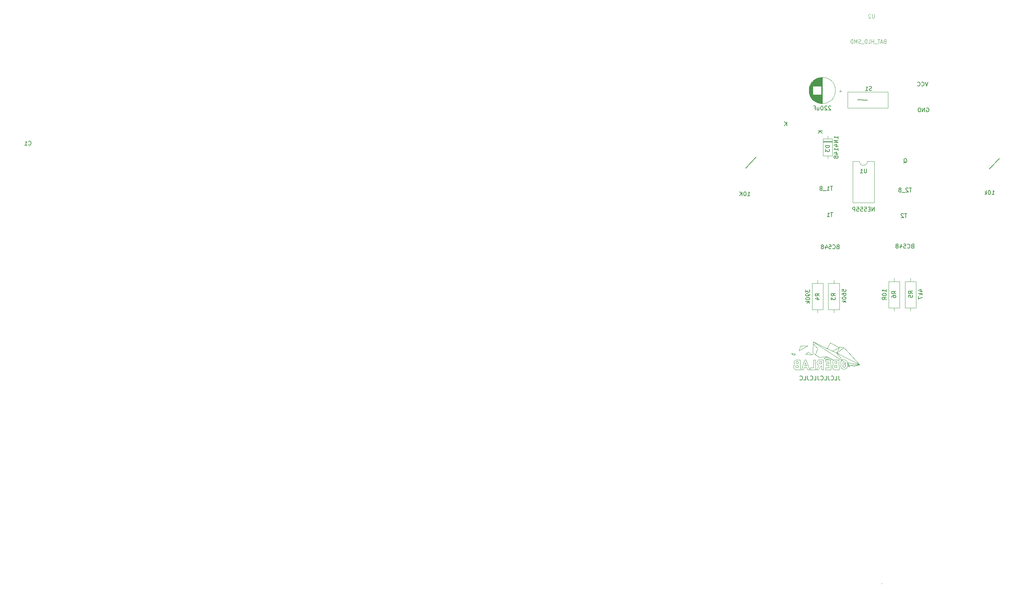
<source format=gbr>
%TF.GenerationSoftware,KiCad,Pcbnew,8.0.1*%
%TF.CreationDate,2024-04-02T10:46:19+02:00*%
%TF.ProjectId,ROBO_III,524f424f-5f49-4494-992e-6b696361645f,rev?*%
%TF.SameCoordinates,Original*%
%TF.FileFunction,Legend,Bot*%
%TF.FilePolarity,Positive*%
%FSLAX46Y46*%
G04 Gerber Fmt 4.6, Leading zero omitted, Abs format (unit mm)*
G04 Created by KiCad (PCBNEW 8.0.1) date 2024-04-02 10:46:19*
%MOMM*%
%LPD*%
G01*
G04 APERTURE LIST*
%ADD10C,0.150000*%
%ADD11C,0.050000*%
%ADD12C,0.120000*%
%ADD13C,0.010000*%
G04 APERTURE END LIST*
D10*
X102867500Y-66167500D02*
X100342500Y-68742500D01*
X39967500Y-68517500D02*
X42567500Y-65831700D01*
X67652700Y-51633100D02*
X70167500Y-51667500D01*
X62779887Y-88006009D02*
X62637030Y-88053628D01*
X62637030Y-88053628D02*
X62589411Y-88101247D01*
X62589411Y-88101247D02*
X62541792Y-88196485D01*
X62541792Y-88196485D02*
X62541792Y-88339342D01*
X62541792Y-88339342D02*
X62589411Y-88434580D01*
X62589411Y-88434580D02*
X62637030Y-88482200D01*
X62637030Y-88482200D02*
X62732268Y-88529819D01*
X62732268Y-88529819D02*
X63113220Y-88529819D01*
X63113220Y-88529819D02*
X63113220Y-87529819D01*
X63113220Y-87529819D02*
X62779887Y-87529819D01*
X62779887Y-87529819D02*
X62684649Y-87577438D01*
X62684649Y-87577438D02*
X62637030Y-87625057D01*
X62637030Y-87625057D02*
X62589411Y-87720295D01*
X62589411Y-87720295D02*
X62589411Y-87815533D01*
X62589411Y-87815533D02*
X62637030Y-87910771D01*
X62637030Y-87910771D02*
X62684649Y-87958390D01*
X62684649Y-87958390D02*
X62779887Y-88006009D01*
X62779887Y-88006009D02*
X63113220Y-88006009D01*
X61541792Y-88434580D02*
X61589411Y-88482200D01*
X61589411Y-88482200D02*
X61732268Y-88529819D01*
X61732268Y-88529819D02*
X61827506Y-88529819D01*
X61827506Y-88529819D02*
X61970363Y-88482200D01*
X61970363Y-88482200D02*
X62065601Y-88386961D01*
X62065601Y-88386961D02*
X62113220Y-88291723D01*
X62113220Y-88291723D02*
X62160839Y-88101247D01*
X62160839Y-88101247D02*
X62160839Y-87958390D01*
X62160839Y-87958390D02*
X62113220Y-87767914D01*
X62113220Y-87767914D02*
X62065601Y-87672676D01*
X62065601Y-87672676D02*
X61970363Y-87577438D01*
X61970363Y-87577438D02*
X61827506Y-87529819D01*
X61827506Y-87529819D02*
X61732268Y-87529819D01*
X61732268Y-87529819D02*
X61589411Y-87577438D01*
X61589411Y-87577438D02*
X61541792Y-87625057D01*
X60637030Y-87529819D02*
X61113220Y-87529819D01*
X61113220Y-87529819D02*
X61160839Y-88006009D01*
X61160839Y-88006009D02*
X61113220Y-87958390D01*
X61113220Y-87958390D02*
X61017982Y-87910771D01*
X61017982Y-87910771D02*
X60779887Y-87910771D01*
X60779887Y-87910771D02*
X60684649Y-87958390D01*
X60684649Y-87958390D02*
X60637030Y-88006009D01*
X60637030Y-88006009D02*
X60589411Y-88101247D01*
X60589411Y-88101247D02*
X60589411Y-88339342D01*
X60589411Y-88339342D02*
X60637030Y-88434580D01*
X60637030Y-88434580D02*
X60684649Y-88482200D01*
X60684649Y-88482200D02*
X60779887Y-88529819D01*
X60779887Y-88529819D02*
X61017982Y-88529819D01*
X61017982Y-88529819D02*
X61113220Y-88482200D01*
X61113220Y-88482200D02*
X61160839Y-88434580D01*
X59732268Y-87863152D02*
X59732268Y-88529819D01*
X59970363Y-87482200D02*
X60208458Y-88196485D01*
X60208458Y-88196485D02*
X59589411Y-88196485D01*
X59065601Y-87958390D02*
X59160839Y-87910771D01*
X59160839Y-87910771D02*
X59208458Y-87863152D01*
X59208458Y-87863152D02*
X59256077Y-87767914D01*
X59256077Y-87767914D02*
X59256077Y-87720295D01*
X59256077Y-87720295D02*
X59208458Y-87625057D01*
X59208458Y-87625057D02*
X59160839Y-87577438D01*
X59160839Y-87577438D02*
X59065601Y-87529819D01*
X59065601Y-87529819D02*
X58875125Y-87529819D01*
X58875125Y-87529819D02*
X58779887Y-87577438D01*
X58779887Y-87577438D02*
X58732268Y-87625057D01*
X58732268Y-87625057D02*
X58684649Y-87720295D01*
X58684649Y-87720295D02*
X58684649Y-87767914D01*
X58684649Y-87767914D02*
X58732268Y-87863152D01*
X58732268Y-87863152D02*
X58779887Y-87910771D01*
X58779887Y-87910771D02*
X58875125Y-87958390D01*
X58875125Y-87958390D02*
X59065601Y-87958390D01*
X59065601Y-87958390D02*
X59160839Y-88006009D01*
X59160839Y-88006009D02*
X59208458Y-88053628D01*
X59208458Y-88053628D02*
X59256077Y-88148866D01*
X59256077Y-88148866D02*
X59256077Y-88339342D01*
X59256077Y-88339342D02*
X59208458Y-88434580D01*
X59208458Y-88434580D02*
X59160839Y-88482200D01*
X59160839Y-88482200D02*
X59065601Y-88529819D01*
X59065601Y-88529819D02*
X58875125Y-88529819D01*
X58875125Y-88529819D02*
X58779887Y-88482200D01*
X58779887Y-88482200D02*
X58732268Y-88434580D01*
X58732268Y-88434580D02*
X58684649Y-88339342D01*
X58684649Y-88339342D02*
X58684649Y-88148866D01*
X58684649Y-88148866D02*
X58732268Y-88053628D01*
X58732268Y-88053628D02*
X58779887Y-88006009D01*
X58779887Y-88006009D02*
X58875125Y-87958390D01*
X81289887Y-87846009D02*
X81147030Y-87893628D01*
X81147030Y-87893628D02*
X81099411Y-87941247D01*
X81099411Y-87941247D02*
X81051792Y-88036485D01*
X81051792Y-88036485D02*
X81051792Y-88179342D01*
X81051792Y-88179342D02*
X81099411Y-88274580D01*
X81099411Y-88274580D02*
X81147030Y-88322200D01*
X81147030Y-88322200D02*
X81242268Y-88369819D01*
X81242268Y-88369819D02*
X81623220Y-88369819D01*
X81623220Y-88369819D02*
X81623220Y-87369819D01*
X81623220Y-87369819D02*
X81289887Y-87369819D01*
X81289887Y-87369819D02*
X81194649Y-87417438D01*
X81194649Y-87417438D02*
X81147030Y-87465057D01*
X81147030Y-87465057D02*
X81099411Y-87560295D01*
X81099411Y-87560295D02*
X81099411Y-87655533D01*
X81099411Y-87655533D02*
X81147030Y-87750771D01*
X81147030Y-87750771D02*
X81194649Y-87798390D01*
X81194649Y-87798390D02*
X81289887Y-87846009D01*
X81289887Y-87846009D02*
X81623220Y-87846009D01*
X80051792Y-88274580D02*
X80099411Y-88322200D01*
X80099411Y-88322200D02*
X80242268Y-88369819D01*
X80242268Y-88369819D02*
X80337506Y-88369819D01*
X80337506Y-88369819D02*
X80480363Y-88322200D01*
X80480363Y-88322200D02*
X80575601Y-88226961D01*
X80575601Y-88226961D02*
X80623220Y-88131723D01*
X80623220Y-88131723D02*
X80670839Y-87941247D01*
X80670839Y-87941247D02*
X80670839Y-87798390D01*
X80670839Y-87798390D02*
X80623220Y-87607914D01*
X80623220Y-87607914D02*
X80575601Y-87512676D01*
X80575601Y-87512676D02*
X80480363Y-87417438D01*
X80480363Y-87417438D02*
X80337506Y-87369819D01*
X80337506Y-87369819D02*
X80242268Y-87369819D01*
X80242268Y-87369819D02*
X80099411Y-87417438D01*
X80099411Y-87417438D02*
X80051792Y-87465057D01*
X79147030Y-87369819D02*
X79623220Y-87369819D01*
X79623220Y-87369819D02*
X79670839Y-87846009D01*
X79670839Y-87846009D02*
X79623220Y-87798390D01*
X79623220Y-87798390D02*
X79527982Y-87750771D01*
X79527982Y-87750771D02*
X79289887Y-87750771D01*
X79289887Y-87750771D02*
X79194649Y-87798390D01*
X79194649Y-87798390D02*
X79147030Y-87846009D01*
X79147030Y-87846009D02*
X79099411Y-87941247D01*
X79099411Y-87941247D02*
X79099411Y-88179342D01*
X79099411Y-88179342D02*
X79147030Y-88274580D01*
X79147030Y-88274580D02*
X79194649Y-88322200D01*
X79194649Y-88322200D02*
X79289887Y-88369819D01*
X79289887Y-88369819D02*
X79527982Y-88369819D01*
X79527982Y-88369819D02*
X79623220Y-88322200D01*
X79623220Y-88322200D02*
X79670839Y-88274580D01*
X78242268Y-87703152D02*
X78242268Y-88369819D01*
X78480363Y-87322200D02*
X78718458Y-88036485D01*
X78718458Y-88036485D02*
X78099411Y-88036485D01*
X77575601Y-87798390D02*
X77670839Y-87750771D01*
X77670839Y-87750771D02*
X77718458Y-87703152D01*
X77718458Y-87703152D02*
X77766077Y-87607914D01*
X77766077Y-87607914D02*
X77766077Y-87560295D01*
X77766077Y-87560295D02*
X77718458Y-87465057D01*
X77718458Y-87465057D02*
X77670839Y-87417438D01*
X77670839Y-87417438D02*
X77575601Y-87369819D01*
X77575601Y-87369819D02*
X77385125Y-87369819D01*
X77385125Y-87369819D02*
X77289887Y-87417438D01*
X77289887Y-87417438D02*
X77242268Y-87465057D01*
X77242268Y-87465057D02*
X77194649Y-87560295D01*
X77194649Y-87560295D02*
X77194649Y-87607914D01*
X77194649Y-87607914D02*
X77242268Y-87703152D01*
X77242268Y-87703152D02*
X77289887Y-87750771D01*
X77289887Y-87750771D02*
X77385125Y-87798390D01*
X77385125Y-87798390D02*
X77575601Y-87798390D01*
X77575601Y-87798390D02*
X77670839Y-87846009D01*
X77670839Y-87846009D02*
X77718458Y-87893628D01*
X77718458Y-87893628D02*
X77766077Y-87988866D01*
X77766077Y-87988866D02*
X77766077Y-88179342D01*
X77766077Y-88179342D02*
X77718458Y-88274580D01*
X77718458Y-88274580D02*
X77670839Y-88322200D01*
X77670839Y-88322200D02*
X77575601Y-88369819D01*
X77575601Y-88369819D02*
X77385125Y-88369819D01*
X77385125Y-88369819D02*
X77289887Y-88322200D01*
X77289887Y-88322200D02*
X77242268Y-88274580D01*
X77242268Y-88274580D02*
X77194649Y-88179342D01*
X77194649Y-88179342D02*
X77194649Y-87988866D01*
X77194649Y-87988866D02*
X77242268Y-87893628D01*
X77242268Y-87893628D02*
X77289887Y-87846009D01*
X77289887Y-87846009D02*
X77385125Y-87798390D01*
X62997506Y-120039819D02*
X62997506Y-120754104D01*
X62997506Y-120754104D02*
X63045125Y-120896961D01*
X63045125Y-120896961D02*
X63140363Y-120992200D01*
X63140363Y-120992200D02*
X63283220Y-121039819D01*
X63283220Y-121039819D02*
X63378458Y-121039819D01*
X62045125Y-121039819D02*
X62521315Y-121039819D01*
X62521315Y-121039819D02*
X62521315Y-120039819D01*
X61140363Y-120944580D02*
X61187982Y-120992200D01*
X61187982Y-120992200D02*
X61330839Y-121039819D01*
X61330839Y-121039819D02*
X61426077Y-121039819D01*
X61426077Y-121039819D02*
X61568934Y-120992200D01*
X61568934Y-120992200D02*
X61664172Y-120896961D01*
X61664172Y-120896961D02*
X61711791Y-120801723D01*
X61711791Y-120801723D02*
X61759410Y-120611247D01*
X61759410Y-120611247D02*
X61759410Y-120468390D01*
X61759410Y-120468390D02*
X61711791Y-120277914D01*
X61711791Y-120277914D02*
X61664172Y-120182676D01*
X61664172Y-120182676D02*
X61568934Y-120087438D01*
X61568934Y-120087438D02*
X61426077Y-120039819D01*
X61426077Y-120039819D02*
X61330839Y-120039819D01*
X61330839Y-120039819D02*
X61187982Y-120087438D01*
X61187982Y-120087438D02*
X61140363Y-120135057D01*
X60426077Y-120039819D02*
X60426077Y-120754104D01*
X60426077Y-120754104D02*
X60473696Y-120896961D01*
X60473696Y-120896961D02*
X60568934Y-120992200D01*
X60568934Y-120992200D02*
X60711791Y-121039819D01*
X60711791Y-121039819D02*
X60807029Y-121039819D01*
X59473696Y-121039819D02*
X59949886Y-121039819D01*
X59949886Y-121039819D02*
X59949886Y-120039819D01*
X58568934Y-120944580D02*
X58616553Y-120992200D01*
X58616553Y-120992200D02*
X58759410Y-121039819D01*
X58759410Y-121039819D02*
X58854648Y-121039819D01*
X58854648Y-121039819D02*
X58997505Y-120992200D01*
X58997505Y-120992200D02*
X59092743Y-120896961D01*
X59092743Y-120896961D02*
X59140362Y-120801723D01*
X59140362Y-120801723D02*
X59187981Y-120611247D01*
X59187981Y-120611247D02*
X59187981Y-120468390D01*
X59187981Y-120468390D02*
X59140362Y-120277914D01*
X59140362Y-120277914D02*
X59092743Y-120182676D01*
X59092743Y-120182676D02*
X58997505Y-120087438D01*
X58997505Y-120087438D02*
X58854648Y-120039819D01*
X58854648Y-120039819D02*
X58759410Y-120039819D01*
X58759410Y-120039819D02*
X58616553Y-120087438D01*
X58616553Y-120087438D02*
X58568934Y-120135057D01*
X57854648Y-120039819D02*
X57854648Y-120754104D01*
X57854648Y-120754104D02*
X57902267Y-120896961D01*
X57902267Y-120896961D02*
X57997505Y-120992200D01*
X57997505Y-120992200D02*
X58140362Y-121039819D01*
X58140362Y-121039819D02*
X58235600Y-121039819D01*
X56902267Y-121039819D02*
X57378457Y-121039819D01*
X57378457Y-121039819D02*
X57378457Y-120039819D01*
X55997505Y-120944580D02*
X56045124Y-120992200D01*
X56045124Y-120992200D02*
X56187981Y-121039819D01*
X56187981Y-121039819D02*
X56283219Y-121039819D01*
X56283219Y-121039819D02*
X56426076Y-120992200D01*
X56426076Y-120992200D02*
X56521314Y-120896961D01*
X56521314Y-120896961D02*
X56568933Y-120801723D01*
X56568933Y-120801723D02*
X56616552Y-120611247D01*
X56616552Y-120611247D02*
X56616552Y-120468390D01*
X56616552Y-120468390D02*
X56568933Y-120277914D01*
X56568933Y-120277914D02*
X56521314Y-120182676D01*
X56521314Y-120182676D02*
X56426076Y-120087438D01*
X56426076Y-120087438D02*
X56283219Y-120039819D01*
X56283219Y-120039819D02*
X56187981Y-120039819D01*
X56187981Y-120039819D02*
X56045124Y-120087438D01*
X56045124Y-120087438D02*
X55997505Y-120135057D01*
X55283219Y-120039819D02*
X55283219Y-120754104D01*
X55283219Y-120754104D02*
X55330838Y-120896961D01*
X55330838Y-120896961D02*
X55426076Y-120992200D01*
X55426076Y-120992200D02*
X55568933Y-121039819D01*
X55568933Y-121039819D02*
X55664171Y-121039819D01*
X54330838Y-121039819D02*
X54807028Y-121039819D01*
X54807028Y-121039819D02*
X54807028Y-120039819D01*
X53426076Y-120944580D02*
X53473695Y-120992200D01*
X53473695Y-120992200D02*
X53616552Y-121039819D01*
X53616552Y-121039819D02*
X53711790Y-121039819D01*
X53711790Y-121039819D02*
X53854647Y-120992200D01*
X53854647Y-120992200D02*
X53949885Y-120896961D01*
X53949885Y-120896961D02*
X53997504Y-120801723D01*
X53997504Y-120801723D02*
X54045123Y-120611247D01*
X54045123Y-120611247D02*
X54045123Y-120468390D01*
X54045123Y-120468390D02*
X53997504Y-120277914D01*
X53997504Y-120277914D02*
X53949885Y-120182676D01*
X53949885Y-120182676D02*
X53854647Y-120087438D01*
X53854647Y-120087438D02*
X53711790Y-120039819D01*
X53711790Y-120039819D02*
X53616552Y-120039819D01*
X53616552Y-120039819D02*
X53473695Y-120087438D01*
X53473695Y-120087438D02*
X53426076Y-120135057D01*
X50185404Y-58006119D02*
X50185404Y-57006119D01*
X49613976Y-58006119D02*
X50042547Y-57434690D01*
X49613976Y-57006119D02*
X50185404Y-57577547D01*
X79901904Y-79774819D02*
X79330476Y-79774819D01*
X79616190Y-80774819D02*
X79616190Y-79774819D01*
X79044761Y-79870057D02*
X78997142Y-79822438D01*
X78997142Y-79822438D02*
X78901904Y-79774819D01*
X78901904Y-79774819D02*
X78663809Y-79774819D01*
X78663809Y-79774819D02*
X78568571Y-79822438D01*
X78568571Y-79822438D02*
X78520952Y-79870057D01*
X78520952Y-79870057D02*
X78473333Y-79965295D01*
X78473333Y-79965295D02*
X78473333Y-80060533D01*
X78473333Y-80060533D02*
X78520952Y-80203390D01*
X78520952Y-80203390D02*
X79092380Y-80774819D01*
X79092380Y-80774819D02*
X78473333Y-80774819D01*
X61581904Y-79554819D02*
X61010476Y-79554819D01*
X61296190Y-80554819D02*
X61296190Y-79554819D01*
X60153333Y-80554819D02*
X60724761Y-80554819D01*
X60439047Y-80554819D02*
X60439047Y-79554819D01*
X60439047Y-79554819D02*
X60534285Y-79697676D01*
X60534285Y-79697676D02*
X60629523Y-79792914D01*
X60629523Y-79792914D02*
X60724761Y-79840533D01*
X62172319Y-100200833D02*
X61696128Y-99867500D01*
X62172319Y-99629405D02*
X61172319Y-99629405D01*
X61172319Y-99629405D02*
X61172319Y-100010357D01*
X61172319Y-100010357D02*
X61219938Y-100105595D01*
X61219938Y-100105595D02*
X61267557Y-100153214D01*
X61267557Y-100153214D02*
X61362795Y-100200833D01*
X61362795Y-100200833D02*
X61505652Y-100200833D01*
X61505652Y-100200833D02*
X61600890Y-100153214D01*
X61600890Y-100153214D02*
X61648509Y-100105595D01*
X61648509Y-100105595D02*
X61696128Y-100010357D01*
X61696128Y-100010357D02*
X61696128Y-99629405D01*
X61172319Y-100534167D02*
X61172319Y-101153214D01*
X61172319Y-101153214D02*
X61553271Y-100819881D01*
X61553271Y-100819881D02*
X61553271Y-100962738D01*
X61553271Y-100962738D02*
X61600890Y-101057976D01*
X61600890Y-101057976D02*
X61648509Y-101105595D01*
X61648509Y-101105595D02*
X61743747Y-101153214D01*
X61743747Y-101153214D02*
X61981842Y-101153214D01*
X61981842Y-101153214D02*
X62077080Y-101105595D01*
X62077080Y-101105595D02*
X62124700Y-101057976D01*
X62124700Y-101057976D02*
X62172319Y-100962738D01*
X62172319Y-100962738D02*
X62172319Y-100677024D01*
X62172319Y-100677024D02*
X62124700Y-100581786D01*
X62124700Y-100581786D02*
X62077080Y-100534167D01*
X63847319Y-99073452D02*
X63847319Y-98597262D01*
X63847319Y-98597262D02*
X64323509Y-98549643D01*
X64323509Y-98549643D02*
X64275890Y-98597262D01*
X64275890Y-98597262D02*
X64228271Y-98692500D01*
X64228271Y-98692500D02*
X64228271Y-98930595D01*
X64228271Y-98930595D02*
X64275890Y-99025833D01*
X64275890Y-99025833D02*
X64323509Y-99073452D01*
X64323509Y-99073452D02*
X64418747Y-99121071D01*
X64418747Y-99121071D02*
X64656842Y-99121071D01*
X64656842Y-99121071D02*
X64752080Y-99073452D01*
X64752080Y-99073452D02*
X64799700Y-99025833D01*
X64799700Y-99025833D02*
X64847319Y-98930595D01*
X64847319Y-98930595D02*
X64847319Y-98692500D01*
X64847319Y-98692500D02*
X64799700Y-98597262D01*
X64799700Y-98597262D02*
X64752080Y-98549643D01*
X63847319Y-99978214D02*
X63847319Y-99787738D01*
X63847319Y-99787738D02*
X63894938Y-99692500D01*
X63894938Y-99692500D02*
X63942557Y-99644881D01*
X63942557Y-99644881D02*
X64085414Y-99549643D01*
X64085414Y-99549643D02*
X64275890Y-99502024D01*
X64275890Y-99502024D02*
X64656842Y-99502024D01*
X64656842Y-99502024D02*
X64752080Y-99549643D01*
X64752080Y-99549643D02*
X64799700Y-99597262D01*
X64799700Y-99597262D02*
X64847319Y-99692500D01*
X64847319Y-99692500D02*
X64847319Y-99882976D01*
X64847319Y-99882976D02*
X64799700Y-99978214D01*
X64799700Y-99978214D02*
X64752080Y-100025833D01*
X64752080Y-100025833D02*
X64656842Y-100073452D01*
X64656842Y-100073452D02*
X64418747Y-100073452D01*
X64418747Y-100073452D02*
X64323509Y-100025833D01*
X64323509Y-100025833D02*
X64275890Y-99978214D01*
X64275890Y-99978214D02*
X64228271Y-99882976D01*
X64228271Y-99882976D02*
X64228271Y-99692500D01*
X64228271Y-99692500D02*
X64275890Y-99597262D01*
X64275890Y-99597262D02*
X64323509Y-99549643D01*
X64323509Y-99549643D02*
X64418747Y-99502024D01*
X63847319Y-100692500D02*
X63847319Y-100787738D01*
X63847319Y-100787738D02*
X63894938Y-100882976D01*
X63894938Y-100882976D02*
X63942557Y-100930595D01*
X63942557Y-100930595D02*
X64037795Y-100978214D01*
X64037795Y-100978214D02*
X64228271Y-101025833D01*
X64228271Y-101025833D02*
X64466366Y-101025833D01*
X64466366Y-101025833D02*
X64656842Y-100978214D01*
X64656842Y-100978214D02*
X64752080Y-100930595D01*
X64752080Y-100930595D02*
X64799700Y-100882976D01*
X64799700Y-100882976D02*
X64847319Y-100787738D01*
X64847319Y-100787738D02*
X64847319Y-100692500D01*
X64847319Y-100692500D02*
X64799700Y-100597262D01*
X64799700Y-100597262D02*
X64752080Y-100549643D01*
X64752080Y-100549643D02*
X64656842Y-100502024D01*
X64656842Y-100502024D02*
X64466366Y-100454405D01*
X64466366Y-100454405D02*
X64228271Y-100454405D01*
X64228271Y-100454405D02*
X64037795Y-100502024D01*
X64037795Y-100502024D02*
X63942557Y-100549643D01*
X63942557Y-100549643D02*
X63894938Y-100597262D01*
X63894938Y-100597262D02*
X63847319Y-100692500D01*
X64847319Y-101454405D02*
X63847319Y-101454405D01*
X64466366Y-101549643D02*
X64847319Y-101835357D01*
X64180652Y-101835357D02*
X64561604Y-101454405D01*
X81085356Y-73422319D02*
X80513928Y-73422319D01*
X80799642Y-74422319D02*
X80799642Y-73422319D01*
X80228213Y-73517557D02*
X80180594Y-73469938D01*
X80180594Y-73469938D02*
X80085356Y-73422319D01*
X80085356Y-73422319D02*
X79847261Y-73422319D01*
X79847261Y-73422319D02*
X79752023Y-73469938D01*
X79752023Y-73469938D02*
X79704404Y-73517557D01*
X79704404Y-73517557D02*
X79656785Y-73612795D01*
X79656785Y-73612795D02*
X79656785Y-73708033D01*
X79656785Y-73708033D02*
X79704404Y-73850890D01*
X79704404Y-73850890D02*
X80275832Y-74422319D01*
X80275832Y-74422319D02*
X79656785Y-74422319D01*
X79466309Y-74517557D02*
X78704404Y-74517557D01*
X78132975Y-73898509D02*
X77990118Y-73946128D01*
X77990118Y-73946128D02*
X77942499Y-73993747D01*
X77942499Y-73993747D02*
X77894880Y-74088985D01*
X77894880Y-74088985D02*
X77894880Y-74231842D01*
X77894880Y-74231842D02*
X77942499Y-74327080D01*
X77942499Y-74327080D02*
X77990118Y-74374700D01*
X77990118Y-74374700D02*
X78085356Y-74422319D01*
X78085356Y-74422319D02*
X78466308Y-74422319D01*
X78466308Y-74422319D02*
X78466308Y-73422319D01*
X78466308Y-73422319D02*
X78132975Y-73422319D01*
X78132975Y-73422319D02*
X78037737Y-73469938D01*
X78037737Y-73469938D02*
X77990118Y-73517557D01*
X77990118Y-73517557D02*
X77942499Y-73612795D01*
X77942499Y-73612795D02*
X77942499Y-73708033D01*
X77942499Y-73708033D02*
X77990118Y-73803271D01*
X77990118Y-73803271D02*
X78037737Y-73850890D01*
X78037737Y-73850890D02*
X78132975Y-73898509D01*
X78132975Y-73898509D02*
X78466308Y-73898509D01*
X84779404Y-53644938D02*
X84874642Y-53597319D01*
X84874642Y-53597319D02*
X85017499Y-53597319D01*
X85017499Y-53597319D02*
X85160356Y-53644938D01*
X85160356Y-53644938D02*
X85255594Y-53740176D01*
X85255594Y-53740176D02*
X85303213Y-53835414D01*
X85303213Y-53835414D02*
X85350832Y-54025890D01*
X85350832Y-54025890D02*
X85350832Y-54168747D01*
X85350832Y-54168747D02*
X85303213Y-54359223D01*
X85303213Y-54359223D02*
X85255594Y-54454461D01*
X85255594Y-54454461D02*
X85160356Y-54549700D01*
X85160356Y-54549700D02*
X85017499Y-54597319D01*
X85017499Y-54597319D02*
X84922261Y-54597319D01*
X84922261Y-54597319D02*
X84779404Y-54549700D01*
X84779404Y-54549700D02*
X84731785Y-54502080D01*
X84731785Y-54502080D02*
X84731785Y-54168747D01*
X84731785Y-54168747D02*
X84922261Y-54168747D01*
X84303213Y-54597319D02*
X84303213Y-53597319D01*
X84303213Y-53597319D02*
X83731785Y-54597319D01*
X83731785Y-54597319D02*
X83731785Y-53597319D01*
X83255594Y-54597319D02*
X83255594Y-53597319D01*
X83255594Y-53597319D02*
X83017499Y-53597319D01*
X83017499Y-53597319D02*
X82874642Y-53644938D01*
X82874642Y-53644938D02*
X82779404Y-53740176D01*
X82779404Y-53740176D02*
X82731785Y-53835414D01*
X82731785Y-53835414D02*
X82684166Y-54025890D01*
X82684166Y-54025890D02*
X82684166Y-54168747D01*
X82684166Y-54168747D02*
X82731785Y-54359223D01*
X82731785Y-54359223D02*
X82779404Y-54454461D01*
X82779404Y-54454461D02*
X82874642Y-54549700D01*
X82874642Y-54549700D02*
X83017499Y-54597319D01*
X83017499Y-54597319D02*
X83255594Y-54597319D01*
X-137665832Y-62747080D02*
X-137618213Y-62794700D01*
X-137618213Y-62794700D02*
X-137475356Y-62842319D01*
X-137475356Y-62842319D02*
X-137380118Y-62842319D01*
X-137380118Y-62842319D02*
X-137237261Y-62794700D01*
X-137237261Y-62794700D02*
X-137142023Y-62699461D01*
X-137142023Y-62699461D02*
X-137094404Y-62604223D01*
X-137094404Y-62604223D02*
X-137046785Y-62413747D01*
X-137046785Y-62413747D02*
X-137046785Y-62270890D01*
X-137046785Y-62270890D02*
X-137094404Y-62080414D01*
X-137094404Y-62080414D02*
X-137142023Y-61985176D01*
X-137142023Y-61985176D02*
X-137237261Y-61889938D01*
X-137237261Y-61889938D02*
X-137380118Y-61842319D01*
X-137380118Y-61842319D02*
X-137475356Y-61842319D01*
X-137475356Y-61842319D02*
X-137618213Y-61889938D01*
X-137618213Y-61889938D02*
X-137665832Y-61937557D01*
X-138618213Y-62842319D02*
X-138046785Y-62842319D01*
X-138332499Y-62842319D02*
X-138332499Y-61842319D01*
X-138332499Y-61842319D02*
X-138237261Y-61985176D01*
X-138237261Y-61985176D02*
X-138142023Y-62080414D01*
X-138142023Y-62080414D02*
X-138046785Y-62128033D01*
X61061547Y-53242557D02*
X61013928Y-53194938D01*
X61013928Y-53194938D02*
X60918690Y-53147319D01*
X60918690Y-53147319D02*
X60680595Y-53147319D01*
X60680595Y-53147319D02*
X60585357Y-53194938D01*
X60585357Y-53194938D02*
X60537738Y-53242557D01*
X60537738Y-53242557D02*
X60490119Y-53337795D01*
X60490119Y-53337795D02*
X60490119Y-53433033D01*
X60490119Y-53433033D02*
X60537738Y-53575890D01*
X60537738Y-53575890D02*
X61109166Y-54147319D01*
X61109166Y-54147319D02*
X60490119Y-54147319D01*
X60109166Y-53242557D02*
X60061547Y-53194938D01*
X60061547Y-53194938D02*
X59966309Y-53147319D01*
X59966309Y-53147319D02*
X59728214Y-53147319D01*
X59728214Y-53147319D02*
X59632976Y-53194938D01*
X59632976Y-53194938D02*
X59585357Y-53242557D01*
X59585357Y-53242557D02*
X59537738Y-53337795D01*
X59537738Y-53337795D02*
X59537738Y-53433033D01*
X59537738Y-53433033D02*
X59585357Y-53575890D01*
X59585357Y-53575890D02*
X60156785Y-54147319D01*
X60156785Y-54147319D02*
X59537738Y-54147319D01*
X58918690Y-53147319D02*
X58823452Y-53147319D01*
X58823452Y-53147319D02*
X58728214Y-53194938D01*
X58728214Y-53194938D02*
X58680595Y-53242557D01*
X58680595Y-53242557D02*
X58632976Y-53337795D01*
X58632976Y-53337795D02*
X58585357Y-53528271D01*
X58585357Y-53528271D02*
X58585357Y-53766366D01*
X58585357Y-53766366D02*
X58632976Y-53956842D01*
X58632976Y-53956842D02*
X58680595Y-54052080D01*
X58680595Y-54052080D02*
X58728214Y-54099700D01*
X58728214Y-54099700D02*
X58823452Y-54147319D01*
X58823452Y-54147319D02*
X58918690Y-54147319D01*
X58918690Y-54147319D02*
X59013928Y-54099700D01*
X59013928Y-54099700D02*
X59061547Y-54052080D01*
X59061547Y-54052080D02*
X59109166Y-53956842D01*
X59109166Y-53956842D02*
X59156785Y-53766366D01*
X59156785Y-53766366D02*
X59156785Y-53528271D01*
X59156785Y-53528271D02*
X59109166Y-53337795D01*
X59109166Y-53337795D02*
X59061547Y-53242557D01*
X59061547Y-53242557D02*
X59013928Y-53194938D01*
X59013928Y-53194938D02*
X58918690Y-53147319D01*
X57728214Y-53480652D02*
X57728214Y-54147319D01*
X58156785Y-53480652D02*
X58156785Y-54004461D01*
X58156785Y-54004461D02*
X58109166Y-54099700D01*
X58109166Y-54099700D02*
X58013928Y-54147319D01*
X58013928Y-54147319D02*
X57871071Y-54147319D01*
X57871071Y-54147319D02*
X57775833Y-54099700D01*
X57775833Y-54099700D02*
X57728214Y-54052080D01*
X56918690Y-53623509D02*
X57252023Y-53623509D01*
X57252023Y-54147319D02*
X57252023Y-53147319D01*
X57252023Y-53147319D02*
X56775833Y-53147319D01*
X101002738Y-75062319D02*
X101574166Y-75062319D01*
X101288452Y-75062319D02*
X101288452Y-74062319D01*
X101288452Y-74062319D02*
X101383690Y-74205176D01*
X101383690Y-74205176D02*
X101478928Y-74300414D01*
X101478928Y-74300414D02*
X101574166Y-74348033D01*
X100383690Y-74062319D02*
X100288452Y-74062319D01*
X100288452Y-74062319D02*
X100193214Y-74109938D01*
X100193214Y-74109938D02*
X100145595Y-74157557D01*
X100145595Y-74157557D02*
X100097976Y-74252795D01*
X100097976Y-74252795D02*
X100050357Y-74443271D01*
X100050357Y-74443271D02*
X100050357Y-74681366D01*
X100050357Y-74681366D02*
X100097976Y-74871842D01*
X100097976Y-74871842D02*
X100145595Y-74967080D01*
X100145595Y-74967080D02*
X100193214Y-75014700D01*
X100193214Y-75014700D02*
X100288452Y-75062319D01*
X100288452Y-75062319D02*
X100383690Y-75062319D01*
X100383690Y-75062319D02*
X100478928Y-75014700D01*
X100478928Y-75014700D02*
X100526547Y-74967080D01*
X100526547Y-74967080D02*
X100574166Y-74871842D01*
X100574166Y-74871842D02*
X100621785Y-74681366D01*
X100621785Y-74681366D02*
X100621785Y-74443271D01*
X100621785Y-74443271D02*
X100574166Y-74252795D01*
X100574166Y-74252795D02*
X100526547Y-74157557D01*
X100526547Y-74157557D02*
X100478928Y-74109938D01*
X100478928Y-74109938D02*
X100383690Y-74062319D01*
X99621785Y-75062319D02*
X99621785Y-74062319D01*
X99526547Y-74681366D02*
X99240833Y-75062319D01*
X99240833Y-74395652D02*
X99621785Y-74776604D01*
X71179404Y-49249700D02*
X71036547Y-49297319D01*
X71036547Y-49297319D02*
X70798452Y-49297319D01*
X70798452Y-49297319D02*
X70703214Y-49249700D01*
X70703214Y-49249700D02*
X70655595Y-49202080D01*
X70655595Y-49202080D02*
X70607976Y-49106842D01*
X70607976Y-49106842D02*
X70607976Y-49011604D01*
X70607976Y-49011604D02*
X70655595Y-48916366D01*
X70655595Y-48916366D02*
X70703214Y-48868747D01*
X70703214Y-48868747D02*
X70798452Y-48821128D01*
X70798452Y-48821128D02*
X70988928Y-48773509D01*
X70988928Y-48773509D02*
X71084166Y-48725890D01*
X71084166Y-48725890D02*
X71131785Y-48678271D01*
X71131785Y-48678271D02*
X71179404Y-48583033D01*
X71179404Y-48583033D02*
X71179404Y-48487795D01*
X71179404Y-48487795D02*
X71131785Y-48392557D01*
X71131785Y-48392557D02*
X71084166Y-48344938D01*
X71084166Y-48344938D02*
X70988928Y-48297319D01*
X70988928Y-48297319D02*
X70750833Y-48297319D01*
X70750833Y-48297319D02*
X70607976Y-48344938D01*
X69655595Y-49297319D02*
X70227023Y-49297319D01*
X69941309Y-49297319D02*
X69941309Y-48297319D01*
X69941309Y-48297319D02*
X70036547Y-48440176D01*
X70036547Y-48440176D02*
X70131785Y-48535414D01*
X70131785Y-48535414D02*
X70227023Y-48583033D01*
X81322319Y-99610833D02*
X80846128Y-99277500D01*
X81322319Y-99039405D02*
X80322319Y-99039405D01*
X80322319Y-99039405D02*
X80322319Y-99420357D01*
X80322319Y-99420357D02*
X80369938Y-99515595D01*
X80369938Y-99515595D02*
X80417557Y-99563214D01*
X80417557Y-99563214D02*
X80512795Y-99610833D01*
X80512795Y-99610833D02*
X80655652Y-99610833D01*
X80655652Y-99610833D02*
X80750890Y-99563214D01*
X80750890Y-99563214D02*
X80798509Y-99515595D01*
X80798509Y-99515595D02*
X80846128Y-99420357D01*
X80846128Y-99420357D02*
X80846128Y-99039405D01*
X80322319Y-100515595D02*
X80322319Y-100039405D01*
X80322319Y-100039405D02*
X80798509Y-99991786D01*
X80798509Y-99991786D02*
X80750890Y-100039405D01*
X80750890Y-100039405D02*
X80703271Y-100134643D01*
X80703271Y-100134643D02*
X80703271Y-100372738D01*
X80703271Y-100372738D02*
X80750890Y-100467976D01*
X80750890Y-100467976D02*
X80798509Y-100515595D01*
X80798509Y-100515595D02*
X80893747Y-100563214D01*
X80893747Y-100563214D02*
X81131842Y-100563214D01*
X81131842Y-100563214D02*
X81227080Y-100515595D01*
X81227080Y-100515595D02*
X81274700Y-100467976D01*
X81274700Y-100467976D02*
X81322319Y-100372738D01*
X81322319Y-100372738D02*
X81322319Y-100134643D01*
X81322319Y-100134643D02*
X81274700Y-100039405D01*
X81274700Y-100039405D02*
X81227080Y-99991786D01*
X83105652Y-99077023D02*
X83772319Y-99077023D01*
X82724700Y-98838928D02*
X83438985Y-98600833D01*
X83438985Y-98600833D02*
X83438985Y-99219880D01*
X83772319Y-99600833D02*
X82772319Y-99600833D01*
X83391366Y-99696071D02*
X83772319Y-99981785D01*
X83105652Y-99981785D02*
X83486604Y-99600833D01*
X82772319Y-100315119D02*
X82772319Y-100981785D01*
X82772319Y-100981785D02*
X83772319Y-100553214D01*
X77197319Y-99685833D02*
X76721128Y-99352500D01*
X77197319Y-99114405D02*
X76197319Y-99114405D01*
X76197319Y-99114405D02*
X76197319Y-99495357D01*
X76197319Y-99495357D02*
X76244938Y-99590595D01*
X76244938Y-99590595D02*
X76292557Y-99638214D01*
X76292557Y-99638214D02*
X76387795Y-99685833D01*
X76387795Y-99685833D02*
X76530652Y-99685833D01*
X76530652Y-99685833D02*
X76625890Y-99638214D01*
X76625890Y-99638214D02*
X76673509Y-99590595D01*
X76673509Y-99590595D02*
X76721128Y-99495357D01*
X76721128Y-99495357D02*
X76721128Y-99114405D01*
X76197319Y-100542976D02*
X76197319Y-100352500D01*
X76197319Y-100352500D02*
X76244938Y-100257262D01*
X76244938Y-100257262D02*
X76292557Y-100209643D01*
X76292557Y-100209643D02*
X76435414Y-100114405D01*
X76435414Y-100114405D02*
X76625890Y-100066786D01*
X76625890Y-100066786D02*
X77006842Y-100066786D01*
X77006842Y-100066786D02*
X77102080Y-100114405D01*
X77102080Y-100114405D02*
X77149700Y-100162024D01*
X77149700Y-100162024D02*
X77197319Y-100257262D01*
X77197319Y-100257262D02*
X77197319Y-100447738D01*
X77197319Y-100447738D02*
X77149700Y-100542976D01*
X77149700Y-100542976D02*
X77102080Y-100590595D01*
X77102080Y-100590595D02*
X77006842Y-100638214D01*
X77006842Y-100638214D02*
X76768747Y-100638214D01*
X76768747Y-100638214D02*
X76673509Y-100590595D01*
X76673509Y-100590595D02*
X76625890Y-100542976D01*
X76625890Y-100542976D02*
X76578271Y-100447738D01*
X76578271Y-100447738D02*
X76578271Y-100257262D01*
X76578271Y-100257262D02*
X76625890Y-100162024D01*
X76625890Y-100162024D02*
X76673509Y-100114405D01*
X76673509Y-100114405D02*
X76768747Y-100066786D01*
X74827319Y-99182023D02*
X74827319Y-98610595D01*
X74827319Y-98896309D02*
X73827319Y-98896309D01*
X73827319Y-98896309D02*
X73970176Y-98801071D01*
X73970176Y-98801071D02*
X74065414Y-98705833D01*
X74065414Y-98705833D02*
X74113033Y-98610595D01*
X73827319Y-99801071D02*
X73827319Y-99896309D01*
X73827319Y-99896309D02*
X73874938Y-99991547D01*
X73874938Y-99991547D02*
X73922557Y-100039166D01*
X73922557Y-100039166D02*
X74017795Y-100086785D01*
X74017795Y-100086785D02*
X74208271Y-100134404D01*
X74208271Y-100134404D02*
X74446366Y-100134404D01*
X74446366Y-100134404D02*
X74636842Y-100086785D01*
X74636842Y-100086785D02*
X74732080Y-100039166D01*
X74732080Y-100039166D02*
X74779700Y-99991547D01*
X74779700Y-99991547D02*
X74827319Y-99896309D01*
X74827319Y-99896309D02*
X74827319Y-99801071D01*
X74827319Y-99801071D02*
X74779700Y-99705833D01*
X74779700Y-99705833D02*
X74732080Y-99658214D01*
X74732080Y-99658214D02*
X74636842Y-99610595D01*
X74636842Y-99610595D02*
X74446366Y-99562976D01*
X74446366Y-99562976D02*
X74208271Y-99562976D01*
X74208271Y-99562976D02*
X74017795Y-99610595D01*
X74017795Y-99610595D02*
X73922557Y-99658214D01*
X73922557Y-99658214D02*
X73874938Y-99705833D01*
X73874938Y-99705833D02*
X73827319Y-99801071D01*
X74827319Y-101134404D02*
X74351128Y-100801071D01*
X74827319Y-100562976D02*
X73827319Y-100562976D01*
X73827319Y-100562976D02*
X73827319Y-100943928D01*
X73827319Y-100943928D02*
X73874938Y-101039166D01*
X73874938Y-101039166D02*
X73922557Y-101086785D01*
X73922557Y-101086785D02*
X74017795Y-101134404D01*
X74017795Y-101134404D02*
X74160652Y-101134404D01*
X74160652Y-101134404D02*
X74255890Y-101086785D01*
X74255890Y-101086785D02*
X74303509Y-101039166D01*
X74303509Y-101039166D02*
X74351128Y-100943928D01*
X74351128Y-100943928D02*
X74351128Y-100562976D01*
X58222319Y-100225833D02*
X57746128Y-99892500D01*
X58222319Y-99654405D02*
X57222319Y-99654405D01*
X57222319Y-99654405D02*
X57222319Y-100035357D01*
X57222319Y-100035357D02*
X57269938Y-100130595D01*
X57269938Y-100130595D02*
X57317557Y-100178214D01*
X57317557Y-100178214D02*
X57412795Y-100225833D01*
X57412795Y-100225833D02*
X57555652Y-100225833D01*
X57555652Y-100225833D02*
X57650890Y-100178214D01*
X57650890Y-100178214D02*
X57698509Y-100130595D01*
X57698509Y-100130595D02*
X57746128Y-100035357D01*
X57746128Y-100035357D02*
X57746128Y-99654405D01*
X57555652Y-101082976D02*
X58222319Y-101082976D01*
X57174700Y-100844881D02*
X57888985Y-100606786D01*
X57888985Y-100606786D02*
X57888985Y-101225833D01*
X54852319Y-98632024D02*
X54852319Y-99251071D01*
X54852319Y-99251071D02*
X55233271Y-98917738D01*
X55233271Y-98917738D02*
X55233271Y-99060595D01*
X55233271Y-99060595D02*
X55280890Y-99155833D01*
X55280890Y-99155833D02*
X55328509Y-99203452D01*
X55328509Y-99203452D02*
X55423747Y-99251071D01*
X55423747Y-99251071D02*
X55661842Y-99251071D01*
X55661842Y-99251071D02*
X55757080Y-99203452D01*
X55757080Y-99203452D02*
X55804700Y-99155833D01*
X55804700Y-99155833D02*
X55852319Y-99060595D01*
X55852319Y-99060595D02*
X55852319Y-98774881D01*
X55852319Y-98774881D02*
X55804700Y-98679643D01*
X55804700Y-98679643D02*
X55757080Y-98632024D01*
X55852319Y-99727262D02*
X55852319Y-99917738D01*
X55852319Y-99917738D02*
X55804700Y-100012976D01*
X55804700Y-100012976D02*
X55757080Y-100060595D01*
X55757080Y-100060595D02*
X55614223Y-100155833D01*
X55614223Y-100155833D02*
X55423747Y-100203452D01*
X55423747Y-100203452D02*
X55042795Y-100203452D01*
X55042795Y-100203452D02*
X54947557Y-100155833D01*
X54947557Y-100155833D02*
X54899938Y-100108214D01*
X54899938Y-100108214D02*
X54852319Y-100012976D01*
X54852319Y-100012976D02*
X54852319Y-99822500D01*
X54852319Y-99822500D02*
X54899938Y-99727262D01*
X54899938Y-99727262D02*
X54947557Y-99679643D01*
X54947557Y-99679643D02*
X55042795Y-99632024D01*
X55042795Y-99632024D02*
X55280890Y-99632024D01*
X55280890Y-99632024D02*
X55376128Y-99679643D01*
X55376128Y-99679643D02*
X55423747Y-99727262D01*
X55423747Y-99727262D02*
X55471366Y-99822500D01*
X55471366Y-99822500D02*
X55471366Y-100012976D01*
X55471366Y-100012976D02*
X55423747Y-100108214D01*
X55423747Y-100108214D02*
X55376128Y-100155833D01*
X55376128Y-100155833D02*
X55280890Y-100203452D01*
X54852319Y-100822500D02*
X54852319Y-100917738D01*
X54852319Y-100917738D02*
X54899938Y-101012976D01*
X54899938Y-101012976D02*
X54947557Y-101060595D01*
X54947557Y-101060595D02*
X55042795Y-101108214D01*
X55042795Y-101108214D02*
X55233271Y-101155833D01*
X55233271Y-101155833D02*
X55471366Y-101155833D01*
X55471366Y-101155833D02*
X55661842Y-101108214D01*
X55661842Y-101108214D02*
X55757080Y-101060595D01*
X55757080Y-101060595D02*
X55804700Y-101012976D01*
X55804700Y-101012976D02*
X55852319Y-100917738D01*
X55852319Y-100917738D02*
X55852319Y-100822500D01*
X55852319Y-100822500D02*
X55804700Y-100727262D01*
X55804700Y-100727262D02*
X55757080Y-100679643D01*
X55757080Y-100679643D02*
X55661842Y-100632024D01*
X55661842Y-100632024D02*
X55471366Y-100584405D01*
X55471366Y-100584405D02*
X55233271Y-100584405D01*
X55233271Y-100584405D02*
X55042795Y-100632024D01*
X55042795Y-100632024D02*
X54947557Y-100679643D01*
X54947557Y-100679643D02*
X54899938Y-100727262D01*
X54899938Y-100727262D02*
X54852319Y-100822500D01*
X55852319Y-101584405D02*
X54852319Y-101584405D01*
X55471366Y-101679643D02*
X55852319Y-101965357D01*
X55185652Y-101965357D02*
X55566604Y-101584405D01*
X40457976Y-75372319D02*
X41029404Y-75372319D01*
X40743690Y-75372319D02*
X40743690Y-74372319D01*
X40743690Y-74372319D02*
X40838928Y-74515176D01*
X40838928Y-74515176D02*
X40934166Y-74610414D01*
X40934166Y-74610414D02*
X41029404Y-74658033D01*
X39838928Y-74372319D02*
X39743690Y-74372319D01*
X39743690Y-74372319D02*
X39648452Y-74419938D01*
X39648452Y-74419938D02*
X39600833Y-74467557D01*
X39600833Y-74467557D02*
X39553214Y-74562795D01*
X39553214Y-74562795D02*
X39505595Y-74753271D01*
X39505595Y-74753271D02*
X39505595Y-74991366D01*
X39505595Y-74991366D02*
X39553214Y-75181842D01*
X39553214Y-75181842D02*
X39600833Y-75277080D01*
X39600833Y-75277080D02*
X39648452Y-75324700D01*
X39648452Y-75324700D02*
X39743690Y-75372319D01*
X39743690Y-75372319D02*
X39838928Y-75372319D01*
X39838928Y-75372319D02*
X39934166Y-75324700D01*
X39934166Y-75324700D02*
X39981785Y-75277080D01*
X39981785Y-75277080D02*
X40029404Y-75181842D01*
X40029404Y-75181842D02*
X40077023Y-74991366D01*
X40077023Y-74991366D02*
X40077023Y-74753271D01*
X40077023Y-74753271D02*
X40029404Y-74562795D01*
X40029404Y-74562795D02*
X39981785Y-74467557D01*
X39981785Y-74467557D02*
X39934166Y-74419938D01*
X39934166Y-74419938D02*
X39838928Y-74372319D01*
X39077023Y-75372319D02*
X39077023Y-74372319D01*
X38505595Y-75372319D02*
X38934166Y-74800890D01*
X38505595Y-74372319D02*
X39077023Y-74943747D01*
X60747319Y-62904405D02*
X59747319Y-62904405D01*
X59747319Y-62904405D02*
X59747319Y-63142500D01*
X59747319Y-63142500D02*
X59794938Y-63285357D01*
X59794938Y-63285357D02*
X59890176Y-63380595D01*
X59890176Y-63380595D02*
X59985414Y-63428214D01*
X59985414Y-63428214D02*
X60175890Y-63475833D01*
X60175890Y-63475833D02*
X60318747Y-63475833D01*
X60318747Y-63475833D02*
X60509223Y-63428214D01*
X60509223Y-63428214D02*
X60604461Y-63380595D01*
X60604461Y-63380595D02*
X60699700Y-63285357D01*
X60699700Y-63285357D02*
X60747319Y-63142500D01*
X60747319Y-63142500D02*
X60747319Y-62904405D01*
X59747319Y-63809167D02*
X59747319Y-64428214D01*
X59747319Y-64428214D02*
X60128271Y-64094881D01*
X60128271Y-64094881D02*
X60128271Y-64237738D01*
X60128271Y-64237738D02*
X60175890Y-64332976D01*
X60175890Y-64332976D02*
X60223509Y-64380595D01*
X60223509Y-64380595D02*
X60318747Y-64428214D01*
X60318747Y-64428214D02*
X60556842Y-64428214D01*
X60556842Y-64428214D02*
X60652080Y-64380595D01*
X60652080Y-64380595D02*
X60699700Y-64332976D01*
X60699700Y-64332976D02*
X60747319Y-64237738D01*
X60747319Y-64237738D02*
X60747319Y-63952024D01*
X60747319Y-63952024D02*
X60699700Y-63856786D01*
X60699700Y-63856786D02*
X60652080Y-63809167D01*
X62867319Y-61214642D02*
X62867319Y-60643214D01*
X62867319Y-60928928D02*
X61867319Y-60928928D01*
X61867319Y-60928928D02*
X62010176Y-60833690D01*
X62010176Y-60833690D02*
X62105414Y-60738452D01*
X62105414Y-60738452D02*
X62153033Y-60643214D01*
X62867319Y-61643214D02*
X61867319Y-61643214D01*
X61867319Y-61643214D02*
X62867319Y-62214642D01*
X62867319Y-62214642D02*
X61867319Y-62214642D01*
X62200652Y-63119404D02*
X62867319Y-63119404D01*
X61819700Y-62881309D02*
X62533985Y-62643214D01*
X62533985Y-62643214D02*
X62533985Y-63262261D01*
X62867319Y-64167023D02*
X62867319Y-63595595D01*
X62867319Y-63881309D02*
X61867319Y-63881309D01*
X61867319Y-63881309D02*
X62010176Y-63786071D01*
X62010176Y-63786071D02*
X62105414Y-63690833D01*
X62105414Y-63690833D02*
X62153033Y-63595595D01*
X62200652Y-65024166D02*
X62867319Y-65024166D01*
X61819700Y-64786071D02*
X62533985Y-64547976D01*
X62533985Y-64547976D02*
X62533985Y-65167023D01*
X62295890Y-65690833D02*
X62248271Y-65595595D01*
X62248271Y-65595595D02*
X62200652Y-65547976D01*
X62200652Y-65547976D02*
X62105414Y-65500357D01*
X62105414Y-65500357D02*
X62057795Y-65500357D01*
X62057795Y-65500357D02*
X61962557Y-65547976D01*
X61962557Y-65547976D02*
X61914938Y-65595595D01*
X61914938Y-65595595D02*
X61867319Y-65690833D01*
X61867319Y-65690833D02*
X61867319Y-65881309D01*
X61867319Y-65881309D02*
X61914938Y-65976547D01*
X61914938Y-65976547D02*
X61962557Y-66024166D01*
X61962557Y-66024166D02*
X62057795Y-66071785D01*
X62057795Y-66071785D02*
X62105414Y-66071785D01*
X62105414Y-66071785D02*
X62200652Y-66024166D01*
X62200652Y-66024166D02*
X62248271Y-65976547D01*
X62248271Y-65976547D02*
X62295890Y-65881309D01*
X62295890Y-65881309D02*
X62295890Y-65690833D01*
X62295890Y-65690833D02*
X62343509Y-65595595D01*
X62343509Y-65595595D02*
X62391128Y-65547976D01*
X62391128Y-65547976D02*
X62486366Y-65500357D01*
X62486366Y-65500357D02*
X62676842Y-65500357D01*
X62676842Y-65500357D02*
X62772080Y-65547976D01*
X62772080Y-65547976D02*
X62819700Y-65595595D01*
X62819700Y-65595595D02*
X62867319Y-65690833D01*
X62867319Y-65690833D02*
X62867319Y-65881309D01*
X62867319Y-65881309D02*
X62819700Y-65976547D01*
X62819700Y-65976547D02*
X62772080Y-66024166D01*
X62772080Y-66024166D02*
X62676842Y-66071785D01*
X62676842Y-66071785D02*
X62486366Y-66071785D01*
X62486366Y-66071785D02*
X62391128Y-66024166D01*
X62391128Y-66024166D02*
X62343509Y-65976547D01*
X62343509Y-65976547D02*
X62295890Y-65881309D01*
X58947319Y-59285595D02*
X57947319Y-59285595D01*
X58947319Y-59857023D02*
X58375890Y-59428452D01*
X57947319Y-59857023D02*
X58518747Y-59285595D01*
X79136147Y-67275157D02*
X79231385Y-67227538D01*
X79231385Y-67227538D02*
X79326623Y-67132300D01*
X79326623Y-67132300D02*
X79469480Y-66989442D01*
X79469480Y-66989442D02*
X79564718Y-66941823D01*
X79564718Y-66941823D02*
X79659956Y-66941823D01*
X79612337Y-67179919D02*
X79707575Y-67132300D01*
X79707575Y-67132300D02*
X79802813Y-67037061D01*
X79802813Y-67037061D02*
X79850432Y-66846585D01*
X79850432Y-66846585D02*
X79850432Y-66513252D01*
X79850432Y-66513252D02*
X79802813Y-66322776D01*
X79802813Y-66322776D02*
X79707575Y-66227538D01*
X79707575Y-66227538D02*
X79612337Y-66179919D01*
X79612337Y-66179919D02*
X79421861Y-66179919D01*
X79421861Y-66179919D02*
X79326623Y-66227538D01*
X79326623Y-66227538D02*
X79231385Y-66322776D01*
X79231385Y-66322776D02*
X79183766Y-66513252D01*
X79183766Y-66513252D02*
X79183766Y-66846585D01*
X79183766Y-66846585D02*
X79231385Y-67037061D01*
X79231385Y-67037061D02*
X79326623Y-67132300D01*
X79326623Y-67132300D02*
X79421861Y-67179919D01*
X79421861Y-67179919D02*
X79612337Y-67179919D01*
X61535356Y-73022319D02*
X60963928Y-73022319D01*
X61249642Y-74022319D02*
X61249642Y-73022319D01*
X60106785Y-74022319D02*
X60678213Y-74022319D01*
X60392499Y-74022319D02*
X60392499Y-73022319D01*
X60392499Y-73022319D02*
X60487737Y-73165176D01*
X60487737Y-73165176D02*
X60582975Y-73260414D01*
X60582975Y-73260414D02*
X60678213Y-73308033D01*
X59916309Y-74117557D02*
X59154404Y-74117557D01*
X58582975Y-73498509D02*
X58440118Y-73546128D01*
X58440118Y-73546128D02*
X58392499Y-73593747D01*
X58392499Y-73593747D02*
X58344880Y-73688985D01*
X58344880Y-73688985D02*
X58344880Y-73831842D01*
X58344880Y-73831842D02*
X58392499Y-73927080D01*
X58392499Y-73927080D02*
X58440118Y-73974700D01*
X58440118Y-73974700D02*
X58535356Y-74022319D01*
X58535356Y-74022319D02*
X58916308Y-74022319D01*
X58916308Y-74022319D02*
X58916308Y-73022319D01*
X58916308Y-73022319D02*
X58582975Y-73022319D01*
X58582975Y-73022319D02*
X58487737Y-73069938D01*
X58487737Y-73069938D02*
X58440118Y-73117557D01*
X58440118Y-73117557D02*
X58392499Y-73212795D01*
X58392499Y-73212795D02*
X58392499Y-73308033D01*
X58392499Y-73308033D02*
X58440118Y-73403271D01*
X58440118Y-73403271D02*
X58487737Y-73450890D01*
X58487737Y-73450890D02*
X58582975Y-73498509D01*
X58582975Y-73498509D02*
X58916308Y-73498509D01*
D11*
X71808214Y-30387519D02*
X71808214Y-31197042D01*
X71808214Y-31197042D02*
X71765357Y-31292280D01*
X71765357Y-31292280D02*
X71722500Y-31339900D01*
X71722500Y-31339900D02*
X71636785Y-31387519D01*
X71636785Y-31387519D02*
X71465357Y-31387519D01*
X71465357Y-31387519D02*
X71379642Y-31339900D01*
X71379642Y-31339900D02*
X71336785Y-31292280D01*
X71336785Y-31292280D02*
X71293928Y-31197042D01*
X71293928Y-31197042D02*
X71293928Y-30387519D01*
X70908214Y-30482757D02*
X70865357Y-30435138D01*
X70865357Y-30435138D02*
X70779643Y-30387519D01*
X70779643Y-30387519D02*
X70565357Y-30387519D01*
X70565357Y-30387519D02*
X70479643Y-30435138D01*
X70479643Y-30435138D02*
X70436785Y-30482757D01*
X70436785Y-30482757D02*
X70393928Y-30577995D01*
X70393928Y-30577995D02*
X70393928Y-30673233D01*
X70393928Y-30673233D02*
X70436785Y-30816090D01*
X70436785Y-30816090D02*
X70951071Y-31387519D01*
X70951071Y-31387519D02*
X70393928Y-31387519D01*
X74413070Y-37097309D02*
X74284498Y-37144928D01*
X74284498Y-37144928D02*
X74241641Y-37192547D01*
X74241641Y-37192547D02*
X74198784Y-37287785D01*
X74198784Y-37287785D02*
X74198784Y-37430642D01*
X74198784Y-37430642D02*
X74241641Y-37525880D01*
X74241641Y-37525880D02*
X74284498Y-37573500D01*
X74284498Y-37573500D02*
X74370213Y-37621119D01*
X74370213Y-37621119D02*
X74713070Y-37621119D01*
X74713070Y-37621119D02*
X74713070Y-36621119D01*
X74713070Y-36621119D02*
X74413070Y-36621119D01*
X74413070Y-36621119D02*
X74327356Y-36668738D01*
X74327356Y-36668738D02*
X74284498Y-36716357D01*
X74284498Y-36716357D02*
X74241641Y-36811595D01*
X74241641Y-36811595D02*
X74241641Y-36906833D01*
X74241641Y-36906833D02*
X74284498Y-37002071D01*
X74284498Y-37002071D02*
X74327356Y-37049690D01*
X74327356Y-37049690D02*
X74413070Y-37097309D01*
X74413070Y-37097309D02*
X74713070Y-37097309D01*
X73855927Y-37335404D02*
X73427356Y-37335404D01*
X73941641Y-37621119D02*
X73641641Y-36621119D01*
X73641641Y-36621119D02*
X73341641Y-37621119D01*
X73170212Y-36621119D02*
X72655927Y-36621119D01*
X72913069Y-37621119D02*
X72913069Y-36621119D01*
X72570213Y-37716357D02*
X71884498Y-37716357D01*
X71670213Y-37621119D02*
X71670213Y-36621119D01*
X71670213Y-37097309D02*
X71155927Y-37097309D01*
X71155927Y-37621119D02*
X71155927Y-36621119D01*
X70298784Y-37621119D02*
X70727356Y-37621119D01*
X70727356Y-37621119D02*
X70727356Y-36621119D01*
X69998785Y-37621119D02*
X69998785Y-36621119D01*
X69998785Y-36621119D02*
X69784499Y-36621119D01*
X69784499Y-36621119D02*
X69655928Y-36668738D01*
X69655928Y-36668738D02*
X69570213Y-36763976D01*
X69570213Y-36763976D02*
X69527356Y-36859214D01*
X69527356Y-36859214D02*
X69484499Y-37049690D01*
X69484499Y-37049690D02*
X69484499Y-37192547D01*
X69484499Y-37192547D02*
X69527356Y-37383023D01*
X69527356Y-37383023D02*
X69570213Y-37478261D01*
X69570213Y-37478261D02*
X69655928Y-37573500D01*
X69655928Y-37573500D02*
X69784499Y-37621119D01*
X69784499Y-37621119D02*
X69998785Y-37621119D01*
X69313071Y-37716357D02*
X68627356Y-37716357D01*
X68455928Y-37573500D02*
X68327357Y-37621119D01*
X68327357Y-37621119D02*
X68113071Y-37621119D01*
X68113071Y-37621119D02*
X68027357Y-37573500D01*
X68027357Y-37573500D02*
X67984499Y-37525880D01*
X67984499Y-37525880D02*
X67941642Y-37430642D01*
X67941642Y-37430642D02*
X67941642Y-37335404D01*
X67941642Y-37335404D02*
X67984499Y-37240166D01*
X67984499Y-37240166D02*
X68027357Y-37192547D01*
X68027357Y-37192547D02*
X68113071Y-37144928D01*
X68113071Y-37144928D02*
X68284499Y-37097309D01*
X68284499Y-37097309D02*
X68370214Y-37049690D01*
X68370214Y-37049690D02*
X68413071Y-37002071D01*
X68413071Y-37002071D02*
X68455928Y-36906833D01*
X68455928Y-36906833D02*
X68455928Y-36811595D01*
X68455928Y-36811595D02*
X68413071Y-36716357D01*
X68413071Y-36716357D02*
X68370214Y-36668738D01*
X68370214Y-36668738D02*
X68284499Y-36621119D01*
X68284499Y-36621119D02*
X68070214Y-36621119D01*
X68070214Y-36621119D02*
X67941642Y-36668738D01*
X67555928Y-37621119D02*
X67555928Y-36621119D01*
X67555928Y-36621119D02*
X67255928Y-37335404D01*
X67255928Y-37335404D02*
X66955928Y-36621119D01*
X66955928Y-36621119D02*
X66955928Y-37621119D01*
X66527357Y-37621119D02*
X66527357Y-36621119D01*
X66527357Y-36621119D02*
X66313071Y-36621119D01*
X66313071Y-36621119D02*
X66184500Y-36668738D01*
X66184500Y-36668738D02*
X66098785Y-36763976D01*
X66098785Y-36763976D02*
X66055928Y-36859214D01*
X66055928Y-36859214D02*
X66013071Y-37049690D01*
X66013071Y-37049690D02*
X66013071Y-37192547D01*
X66013071Y-37192547D02*
X66055928Y-37383023D01*
X66055928Y-37383023D02*
X66098785Y-37478261D01*
X66098785Y-37478261D02*
X66184500Y-37573500D01*
X66184500Y-37573500D02*
X66313071Y-37621119D01*
X66313071Y-37621119D02*
X66527357Y-37621119D01*
D10*
X69929404Y-68722319D02*
X69929404Y-69531842D01*
X69929404Y-69531842D02*
X69881785Y-69627080D01*
X69881785Y-69627080D02*
X69834166Y-69674700D01*
X69834166Y-69674700D02*
X69738928Y-69722319D01*
X69738928Y-69722319D02*
X69548452Y-69722319D01*
X69548452Y-69722319D02*
X69453214Y-69674700D01*
X69453214Y-69674700D02*
X69405595Y-69627080D01*
X69405595Y-69627080D02*
X69357976Y-69531842D01*
X69357976Y-69531842D02*
X69357976Y-68722319D01*
X68357976Y-69722319D02*
X68929404Y-69722319D01*
X68643690Y-69722319D02*
X68643690Y-68722319D01*
X68643690Y-68722319D02*
X68738928Y-68865176D01*
X68738928Y-68865176D02*
X68834166Y-68960414D01*
X68834166Y-68960414D02*
X68929404Y-69008033D01*
X71834166Y-79222319D02*
X71834166Y-78222319D01*
X71834166Y-78222319D02*
X71262738Y-79222319D01*
X71262738Y-79222319D02*
X71262738Y-78222319D01*
X70786547Y-78698509D02*
X70453214Y-78698509D01*
X70310357Y-79222319D02*
X70786547Y-79222319D01*
X70786547Y-79222319D02*
X70786547Y-78222319D01*
X70786547Y-78222319D02*
X70310357Y-78222319D01*
X69405595Y-78222319D02*
X69881785Y-78222319D01*
X69881785Y-78222319D02*
X69929404Y-78698509D01*
X69929404Y-78698509D02*
X69881785Y-78650890D01*
X69881785Y-78650890D02*
X69786547Y-78603271D01*
X69786547Y-78603271D02*
X69548452Y-78603271D01*
X69548452Y-78603271D02*
X69453214Y-78650890D01*
X69453214Y-78650890D02*
X69405595Y-78698509D01*
X69405595Y-78698509D02*
X69357976Y-78793747D01*
X69357976Y-78793747D02*
X69357976Y-79031842D01*
X69357976Y-79031842D02*
X69405595Y-79127080D01*
X69405595Y-79127080D02*
X69453214Y-79174700D01*
X69453214Y-79174700D02*
X69548452Y-79222319D01*
X69548452Y-79222319D02*
X69786547Y-79222319D01*
X69786547Y-79222319D02*
X69881785Y-79174700D01*
X69881785Y-79174700D02*
X69929404Y-79127080D01*
X68453214Y-78222319D02*
X68929404Y-78222319D01*
X68929404Y-78222319D02*
X68977023Y-78698509D01*
X68977023Y-78698509D02*
X68929404Y-78650890D01*
X68929404Y-78650890D02*
X68834166Y-78603271D01*
X68834166Y-78603271D02*
X68596071Y-78603271D01*
X68596071Y-78603271D02*
X68500833Y-78650890D01*
X68500833Y-78650890D02*
X68453214Y-78698509D01*
X68453214Y-78698509D02*
X68405595Y-78793747D01*
X68405595Y-78793747D02*
X68405595Y-79031842D01*
X68405595Y-79031842D02*
X68453214Y-79127080D01*
X68453214Y-79127080D02*
X68500833Y-79174700D01*
X68500833Y-79174700D02*
X68596071Y-79222319D01*
X68596071Y-79222319D02*
X68834166Y-79222319D01*
X68834166Y-79222319D02*
X68929404Y-79174700D01*
X68929404Y-79174700D02*
X68977023Y-79127080D01*
X67500833Y-78222319D02*
X67977023Y-78222319D01*
X67977023Y-78222319D02*
X68024642Y-78698509D01*
X68024642Y-78698509D02*
X67977023Y-78650890D01*
X67977023Y-78650890D02*
X67881785Y-78603271D01*
X67881785Y-78603271D02*
X67643690Y-78603271D01*
X67643690Y-78603271D02*
X67548452Y-78650890D01*
X67548452Y-78650890D02*
X67500833Y-78698509D01*
X67500833Y-78698509D02*
X67453214Y-78793747D01*
X67453214Y-78793747D02*
X67453214Y-79031842D01*
X67453214Y-79031842D02*
X67500833Y-79127080D01*
X67500833Y-79127080D02*
X67548452Y-79174700D01*
X67548452Y-79174700D02*
X67643690Y-79222319D01*
X67643690Y-79222319D02*
X67881785Y-79222319D01*
X67881785Y-79222319D02*
X67977023Y-79174700D01*
X67977023Y-79174700D02*
X68024642Y-79127080D01*
X67024642Y-79222319D02*
X67024642Y-78222319D01*
X67024642Y-78222319D02*
X66643690Y-78222319D01*
X66643690Y-78222319D02*
X66548452Y-78269938D01*
X66548452Y-78269938D02*
X66500833Y-78317557D01*
X66500833Y-78317557D02*
X66453214Y-78412795D01*
X66453214Y-78412795D02*
X66453214Y-78555652D01*
X66453214Y-78555652D02*
X66500833Y-78650890D01*
X66500833Y-78650890D02*
X66548452Y-78698509D01*
X66548452Y-78698509D02*
X66643690Y-78746128D01*
X66643690Y-78746128D02*
X67024642Y-78746128D01*
X85123832Y-47217919D02*
X84790499Y-48217919D01*
X84790499Y-48217919D02*
X84457166Y-47217919D01*
X83552404Y-48122680D02*
X83600023Y-48170300D01*
X83600023Y-48170300D02*
X83742880Y-48217919D01*
X83742880Y-48217919D02*
X83838118Y-48217919D01*
X83838118Y-48217919D02*
X83980975Y-48170300D01*
X83980975Y-48170300D02*
X84076213Y-48075061D01*
X84076213Y-48075061D02*
X84123832Y-47979823D01*
X84123832Y-47979823D02*
X84171451Y-47789347D01*
X84171451Y-47789347D02*
X84171451Y-47646490D01*
X84171451Y-47646490D02*
X84123832Y-47456014D01*
X84123832Y-47456014D02*
X84076213Y-47360776D01*
X84076213Y-47360776D02*
X83980975Y-47265538D01*
X83980975Y-47265538D02*
X83838118Y-47217919D01*
X83838118Y-47217919D02*
X83742880Y-47217919D01*
X83742880Y-47217919D02*
X83600023Y-47265538D01*
X83600023Y-47265538D02*
X83552404Y-47313157D01*
X82552404Y-48122680D02*
X82600023Y-48170300D01*
X82600023Y-48170300D02*
X82742880Y-48217919D01*
X82742880Y-48217919D02*
X82838118Y-48217919D01*
X82838118Y-48217919D02*
X82980975Y-48170300D01*
X82980975Y-48170300D02*
X83076213Y-48075061D01*
X83076213Y-48075061D02*
X83123832Y-47979823D01*
X83123832Y-47979823D02*
X83171451Y-47789347D01*
X83171451Y-47789347D02*
X83171451Y-47646490D01*
X83171451Y-47646490D02*
X83123832Y-47456014D01*
X83123832Y-47456014D02*
X83076213Y-47360776D01*
X83076213Y-47360776D02*
X82980975Y-47265538D01*
X82980975Y-47265538D02*
X82838118Y-47217919D01*
X82838118Y-47217919D02*
X82742880Y-47217919D01*
X82742880Y-47217919D02*
X82600023Y-47265538D01*
X82600023Y-47265538D02*
X82552404Y-47313157D01*
D11*
%TO.C,G\u002A\u002A\u002A*%
X51265000Y-114450000D02*
X51840000Y-114925000D01*
X51840000Y-114925000D02*
X52265000Y-114600000D01*
X52265000Y-114600000D02*
X51265000Y-114450000D01*
D12*
X52590000Y-116038605D02*
X53490000Y-116025000D01*
X52989999Y-117420050D02*
X52589999Y-117420050D01*
X52990000Y-116425000D02*
X52740000Y-116425000D01*
X52990000Y-116475000D02*
X52990000Y-116925000D01*
X52990000Y-116925000D02*
X52690000Y-116925000D01*
X52990000Y-117425000D02*
X52990000Y-117925000D01*
X52990000Y-117925000D02*
X52540000Y-117925000D01*
D11*
X53215000Y-113725000D02*
X53565000Y-112550000D01*
D12*
X53490000Y-116025000D02*
X53540000Y-118475000D01*
X53540000Y-118475000D02*
X52340000Y-118475000D01*
D11*
X53565000Y-112550000D02*
X55365000Y-112600000D01*
D12*
X53815000Y-118475000D02*
X54590000Y-116025000D01*
X54215000Y-118475000D02*
X53815000Y-118475000D01*
X54465000Y-117875000D02*
X54215000Y-118475000D01*
X54540000Y-117475000D02*
X54765000Y-116725000D01*
X54590000Y-116025000D02*
X54915000Y-116025000D01*
X54765000Y-116725000D02*
X55040000Y-117475000D01*
D11*
X54790000Y-114650000D02*
X56465000Y-114750000D01*
D12*
X54915000Y-116025000D02*
X55815000Y-118475000D01*
X55040000Y-117475000D02*
X54540000Y-117475000D01*
X55065000Y-117875000D02*
X54465000Y-117875000D01*
X55315000Y-118475000D02*
X55065000Y-117875000D01*
X55315000Y-118475000D02*
X55815000Y-118475000D01*
D11*
X55365000Y-112600000D02*
X53215000Y-113725000D01*
X55490000Y-114075000D02*
X54790000Y-114650000D01*
D12*
X55990000Y-118000000D02*
X55990000Y-118450000D01*
X55990000Y-118450000D02*
X57240000Y-118450000D01*
D11*
X56490000Y-114750000D02*
X55490000Y-114075000D01*
X56640000Y-114300000D02*
X58265000Y-115425000D01*
X56690000Y-111975000D02*
X57815000Y-113200000D01*
X56715000Y-111575000D02*
X56640000Y-114300000D01*
D12*
X56740000Y-118000000D02*
X55990000Y-118000000D01*
X56765000Y-116000000D02*
X56740000Y-118000000D01*
X57215000Y-116000000D02*
X56765000Y-116000000D01*
X57240000Y-118450000D02*
X57215000Y-116000000D01*
X57415000Y-118450000D02*
X58115000Y-117500000D01*
X57515000Y-118450000D02*
X57415000Y-118450000D01*
D11*
X57815000Y-113200000D02*
X57240000Y-114700000D01*
D12*
X57915000Y-118450000D02*
X57515000Y-118450000D01*
X58156269Y-115994594D02*
X59265000Y-116000000D01*
D11*
X58265000Y-115425000D02*
X59940000Y-115200000D01*
D12*
X58315000Y-116450000D02*
X58765000Y-116450000D01*
X58665000Y-117500000D02*
X57915000Y-118450000D01*
X58765000Y-116450000D02*
X58765000Y-117000000D01*
X58765000Y-117000000D02*
X58265000Y-117000000D01*
X58815000Y-117500000D02*
X58665000Y-117500000D01*
X58815000Y-118450000D02*
X58815000Y-117500000D01*
X59265000Y-116000000D02*
X59265000Y-118450000D01*
X59265000Y-118450000D02*
X58815000Y-118450000D01*
D11*
X59415000Y-115650000D02*
X60390000Y-116000000D01*
D12*
X59715000Y-116000000D02*
X61015000Y-116000000D01*
X59715000Y-116500000D02*
X59715000Y-116000000D01*
X59715000Y-117950000D02*
X60565000Y-117950000D01*
X59715000Y-118450000D02*
X59715000Y-117950000D01*
D11*
X59815000Y-115375000D02*
X59415000Y-115650000D01*
D12*
X59915000Y-116950000D02*
X60565000Y-116950000D01*
X59915000Y-117400000D02*
X59915000Y-116950000D01*
D11*
X59940000Y-115200000D02*
X61765000Y-116100000D01*
X60190000Y-113200000D02*
X56715000Y-111575000D01*
X60190000Y-113200000D02*
X62515000Y-114350000D01*
D12*
X60565000Y-116500000D02*
X59715000Y-116500000D01*
X60565000Y-116950000D02*
X60565000Y-116500000D01*
X60565000Y-117400000D02*
X59915000Y-117400000D01*
X60565000Y-117950000D02*
X60565000Y-117400000D01*
D11*
X60590000Y-115975000D02*
X59815000Y-115375000D01*
X60940000Y-111775000D02*
X60190000Y-113200000D01*
X60940000Y-111775000D02*
X63140000Y-112950000D01*
D12*
X60965000Y-118450000D02*
X59715000Y-118450000D01*
X61015000Y-116000000D02*
X61065000Y-118450000D01*
X61065000Y-118450000D02*
X60965000Y-118450000D01*
X62165000Y-116013605D02*
X63065000Y-116000000D01*
D11*
X62515000Y-114350000D02*
X63990000Y-116075000D01*
X62515000Y-114350000D02*
X68165000Y-117200000D01*
D12*
X62564999Y-117395050D02*
X62164999Y-117395050D01*
X62565000Y-116400000D02*
X62315000Y-116400000D01*
X62565000Y-116450000D02*
X62565000Y-116900000D01*
X62565000Y-116900000D02*
X62265000Y-116900000D01*
X62565000Y-117400000D02*
X62565000Y-117900000D01*
X62565000Y-117900000D02*
X62115000Y-117900000D01*
X63065000Y-116000000D02*
X63115000Y-118450000D01*
X63115000Y-118450000D02*
X61915000Y-118450000D01*
D11*
X63140000Y-112950000D02*
X61565000Y-113850000D01*
X63240000Y-112775000D02*
X62515000Y-114350000D01*
D12*
X63515000Y-116850000D02*
X63515000Y-117550000D01*
D11*
X63815000Y-116175000D02*
X56715000Y-111575000D01*
D12*
X64015000Y-116850000D02*
X64015000Y-117500000D01*
D11*
X64265000Y-113025000D02*
X62515000Y-114350000D01*
X64265000Y-113025000D02*
X63240000Y-112775000D01*
X64340000Y-117100000D02*
X64715000Y-117275000D01*
X64665000Y-116700000D02*
X64340000Y-117100000D01*
D12*
X64715000Y-116850000D02*
X64715000Y-117550000D01*
D11*
X65215000Y-117450000D02*
X65765000Y-117725000D01*
D12*
X65215000Y-117550000D02*
X65215000Y-116850000D01*
D11*
X65265000Y-116725000D02*
X65490000Y-117350000D01*
X65490000Y-117350000D02*
X68165000Y-117200000D01*
X65765000Y-117725000D02*
X65190000Y-116925000D01*
X66840000Y-117675000D02*
X66015000Y-117325000D01*
X68165000Y-117200000D02*
X64265000Y-113025000D01*
X68165000Y-117200000D02*
X65265000Y-116725000D01*
X68165000Y-117200000D02*
X66840000Y-117675000D01*
D12*
X52140001Y-117124999D02*
G75*
G02*
X52590000Y-116038606I449999J449999D01*
G01*
X52340001Y-118474998D02*
G75*
G02*
X52163744Y-117166064I249998J699998D01*
G01*
X52540001Y-117924998D02*
G75*
G02*
X52589999Y-117420051I49999J249998D01*
G01*
X52690000Y-116925000D02*
G75*
G02*
X52750634Y-116432464I0J250000D01*
G01*
X58140001Y-117449998D02*
G75*
G02*
X58156269Y-115994595I249999J724998D01*
G01*
X58265001Y-116999998D02*
G75*
G02*
X58265001Y-116450002I124999J274998D01*
G01*
X61715001Y-117099999D02*
G75*
G02*
X62165000Y-116013606I449999J449999D01*
G01*
X61915001Y-118449998D02*
G75*
G02*
X61738744Y-117141064I249998J699998D01*
G01*
X62115001Y-117899998D02*
G75*
G02*
X62164999Y-117395051I49999J249998D01*
G01*
X62265000Y-116900000D02*
G75*
G02*
X62325634Y-116407464I0J250000D01*
G01*
X63515000Y-116850000D02*
G75*
G02*
X65215000Y-116850000I850000J0D01*
G01*
X64015000Y-116850000D02*
G75*
G02*
X64715000Y-116850000I350000J0D01*
G01*
X64715000Y-117550000D02*
G75*
G02*
X64015000Y-117550000I-350000J0D01*
G01*
X65215000Y-117550000D02*
G75*
G02*
X63515000Y-117550000I-850000J0D01*
G01*
D13*
X73712361Y-171445226D02*
X73648542Y-171509045D01*
X73584723Y-171445226D01*
X73648542Y-171381407D01*
X73712361Y-171445226D01*
G36*
X73712361Y-171445226D02*
G01*
X73648542Y-171509045D01*
X73584723Y-171445226D01*
X73648542Y-171381407D01*
X73712361Y-171445226D01*
G37*
D12*
%TO.C,R3*%
X61817500Y-104362500D02*
X61817500Y-103592500D01*
X60447500Y-103592500D02*
X60447500Y-97052500D01*
X63187500Y-103592500D02*
X60447500Y-103592500D01*
X60447500Y-97052500D02*
X63187500Y-97052500D01*
X63187500Y-97052500D02*
X63187500Y-103592500D01*
X61817500Y-96282500D02*
X61817500Y-97052500D01*
%TO.C,C1*%
X63757500Y-49442500D02*
X63127500Y-49442500D01*
X63442500Y-49127500D02*
X63442500Y-49757500D01*
X58942500Y-46062500D02*
X58942500Y-52522500D01*
X58902500Y-46062500D02*
X58902500Y-52522500D01*
X58862500Y-46062500D02*
X58862500Y-52522500D01*
X58822500Y-46064500D02*
X58822500Y-52520500D01*
X58782500Y-46065500D02*
X58782500Y-52519500D01*
X58742500Y-46068500D02*
X58742500Y-52516500D01*
X58702500Y-50332500D02*
X58702500Y-52514500D01*
X58702500Y-46070500D02*
X58702500Y-48252500D01*
X58662500Y-50332500D02*
X58662500Y-52510500D01*
X58662500Y-46074500D02*
X58662500Y-48252500D01*
X58622500Y-50332500D02*
X58622500Y-52507500D01*
X58622500Y-46077500D02*
X58622500Y-48252500D01*
X58582500Y-50332500D02*
X58582500Y-52503500D01*
X58582500Y-46081500D02*
X58582500Y-48252500D01*
X58542500Y-50332500D02*
X58542500Y-52498500D01*
X58542500Y-46086500D02*
X58542500Y-48252500D01*
X58502500Y-50332500D02*
X58502500Y-52493500D01*
X58502500Y-46091500D02*
X58502500Y-48252500D01*
X58462500Y-50332500D02*
X58462500Y-52487500D01*
X58462500Y-46097500D02*
X58462500Y-48252500D01*
X58422500Y-50332500D02*
X58422500Y-52481500D01*
X58422500Y-46103500D02*
X58422500Y-48252500D01*
X58382500Y-50332500D02*
X58382500Y-52474500D01*
X58382500Y-46110500D02*
X58382500Y-48252500D01*
X58342500Y-50332500D02*
X58342500Y-52467500D01*
X58342500Y-46117500D02*
X58342500Y-48252500D01*
X58302500Y-50332500D02*
X58302500Y-52459500D01*
X58302500Y-46125500D02*
X58302500Y-48252500D01*
X58262500Y-50332500D02*
X58262500Y-52451500D01*
X58262500Y-46133500D02*
X58262500Y-48252500D01*
X58221500Y-50332500D02*
X58221500Y-52442500D01*
X58221500Y-46142500D02*
X58221500Y-48252500D01*
X58181500Y-50332500D02*
X58181500Y-52433500D01*
X58181500Y-46151500D02*
X58181500Y-48252500D01*
X58141500Y-50332500D02*
X58141500Y-52423500D01*
X58141500Y-46161500D02*
X58141500Y-48252500D01*
X58101500Y-50332500D02*
X58101500Y-52413500D01*
X58101500Y-46171500D02*
X58101500Y-48252500D01*
X58061500Y-50332500D02*
X58061500Y-52402500D01*
X58061500Y-46182500D02*
X58061500Y-48252500D01*
X58021500Y-50332500D02*
X58021500Y-52390500D01*
X58021500Y-46194500D02*
X58021500Y-48252500D01*
X57981500Y-50332500D02*
X57981500Y-52378500D01*
X57981500Y-46206500D02*
X57981500Y-48252500D01*
X57941500Y-50332500D02*
X57941500Y-52366500D01*
X57941500Y-46218500D02*
X57941500Y-48252500D01*
X57901500Y-50332500D02*
X57901500Y-52353500D01*
X57901500Y-46231500D02*
X57901500Y-48252500D01*
X57861500Y-50332500D02*
X57861500Y-52339500D01*
X57861500Y-46245500D02*
X57861500Y-48252500D01*
X57821500Y-50332500D02*
X57821500Y-52325500D01*
X57821500Y-46259500D02*
X57821500Y-48252500D01*
X57781500Y-50332500D02*
X57781500Y-52310500D01*
X57781500Y-46274500D02*
X57781500Y-48252500D01*
X57741500Y-50332500D02*
X57741500Y-52294500D01*
X57741500Y-46290500D02*
X57741500Y-48252500D01*
X57701500Y-50332500D02*
X57701500Y-52278500D01*
X57701500Y-46306500D02*
X57701500Y-48252500D01*
X57661500Y-50332500D02*
X57661500Y-52262500D01*
X57661500Y-46322500D02*
X57661500Y-48252500D01*
X57621500Y-50332500D02*
X57621500Y-52244500D01*
X57621500Y-46340500D02*
X57621500Y-48252500D01*
X57581500Y-50332500D02*
X57581500Y-52226500D01*
X57581500Y-46358500D02*
X57581500Y-48252500D01*
X57541500Y-50332500D02*
X57541500Y-52208500D01*
X57541500Y-46376500D02*
X57541500Y-48252500D01*
X57501500Y-50332500D02*
X57501500Y-52188500D01*
X57501500Y-46396500D02*
X57501500Y-48252500D01*
X57461500Y-50332500D02*
X57461500Y-52168500D01*
X57461500Y-46416500D02*
X57461500Y-48252500D01*
X57421500Y-50332500D02*
X57421500Y-52148500D01*
X57421500Y-46436500D02*
X57421500Y-48252500D01*
X57381500Y-50332500D02*
X57381500Y-52126500D01*
X57381500Y-46458500D02*
X57381500Y-48252500D01*
X57341500Y-50332500D02*
X57341500Y-52104500D01*
X57341500Y-46480500D02*
X57341500Y-48252500D01*
X57301500Y-50332500D02*
X57301500Y-52082500D01*
X57301500Y-46502500D02*
X57301500Y-48252500D01*
X57261500Y-50332500D02*
X57261500Y-52058500D01*
X57261500Y-46526500D02*
X57261500Y-48252500D01*
X57221500Y-50332500D02*
X57221500Y-52034500D01*
X57221500Y-46550500D02*
X57221500Y-48252500D01*
X57181500Y-50332500D02*
X57181500Y-52008500D01*
X57181500Y-46576500D02*
X57181500Y-48252500D01*
X57141500Y-50332500D02*
X57141500Y-51982500D01*
X57141500Y-46602500D02*
X57141500Y-48252500D01*
X57101500Y-50332500D02*
X57101500Y-51956500D01*
X57101500Y-46628500D02*
X57101500Y-48252500D01*
X57061500Y-50332500D02*
X57061500Y-51928500D01*
X57061500Y-46656500D02*
X57061500Y-48252500D01*
X57021500Y-50332500D02*
X57021500Y-51899500D01*
X57021500Y-46685500D02*
X57021500Y-48252500D01*
X56981500Y-50332500D02*
X56981500Y-51870500D01*
X56981500Y-46714500D02*
X56981500Y-48252500D01*
X56941500Y-50332500D02*
X56941500Y-51840500D01*
X56941500Y-46744500D02*
X56941500Y-48252500D01*
X56901500Y-50332500D02*
X56901500Y-51808500D01*
X56901500Y-46776500D02*
X56901500Y-48252500D01*
X56861500Y-50332500D02*
X56861500Y-51776500D01*
X56861500Y-46808500D02*
X56861500Y-48252500D01*
X56821500Y-50332500D02*
X56821500Y-51742500D01*
X56821500Y-46842500D02*
X56821500Y-48252500D01*
X56781500Y-50332500D02*
X56781500Y-51708500D01*
X56781500Y-46876500D02*
X56781500Y-48252500D01*
X56741500Y-50332500D02*
X56741500Y-51672500D01*
X56741500Y-46912500D02*
X56741500Y-48252500D01*
X56701500Y-50332500D02*
X56701500Y-51635500D01*
X56701500Y-46949500D02*
X56701500Y-48252500D01*
X56661500Y-50332500D02*
X56661500Y-51597500D01*
X56661500Y-46987500D02*
X56661500Y-48252500D01*
X56621500Y-47027500D02*
X56621500Y-51557500D01*
X56581500Y-47068500D02*
X56581500Y-51516500D01*
X56541500Y-47110500D02*
X56541500Y-51474500D01*
X56501500Y-47155500D02*
X56501500Y-51429500D01*
X56461500Y-47200500D02*
X56461500Y-51384500D01*
X56421500Y-47248500D02*
X56421500Y-51336500D01*
X56381500Y-47297500D02*
X56381500Y-51287500D01*
X56341500Y-47348500D02*
X56341500Y-51236500D01*
X56301500Y-47402500D02*
X56301500Y-51182500D01*
X56261500Y-47458500D02*
X56261500Y-51126500D01*
X56221500Y-47516500D02*
X56221500Y-51068500D01*
X56181500Y-47578500D02*
X56181500Y-51006500D01*
X56141500Y-47642500D02*
X56141500Y-50942500D01*
X56101500Y-47711500D02*
X56101500Y-50873500D01*
X56061500Y-47783500D02*
X56061500Y-50801500D01*
X56021500Y-47860500D02*
X56021500Y-50724500D01*
X55981500Y-47942500D02*
X55981500Y-50642500D01*
X55941500Y-48030500D02*
X55941500Y-50554500D01*
X55901500Y-48127500D02*
X55901500Y-50457500D01*
X55861500Y-48233500D02*
X55861500Y-50351500D01*
X55821500Y-48352500D02*
X55821500Y-50232500D01*
X55781500Y-48490500D02*
X55781500Y-50094500D01*
X55741500Y-48659500D02*
X55741500Y-49925500D01*
X55701500Y-48890500D02*
X55701500Y-49694500D01*
X62212500Y-49292500D02*
G75*
G02*
X55672500Y-49292500I-3270000J0D01*
G01*
X55672500Y-49292500D02*
G75*
G02*
X62212500Y-49292500I3270000J0D01*
G01*
%TO.C,S1*%
X65279900Y-49687100D02*
X65254500Y-53624100D01*
X65279900Y-53624100D02*
X75236700Y-53624100D01*
X75236700Y-49687100D02*
X65279900Y-49687100D01*
X75236700Y-53624100D02*
X75236700Y-49687100D01*
%TO.C,R5*%
X80792500Y-103912500D02*
X80792500Y-103142500D01*
X79422500Y-103142500D02*
X79422500Y-96602500D01*
X82162500Y-103142500D02*
X79422500Y-103142500D01*
X79422500Y-96602500D02*
X82162500Y-96602500D01*
X82162500Y-96602500D02*
X82162500Y-103142500D01*
X80792500Y-95832500D02*
X80792500Y-96602500D01*
%TO.C,R6*%
X76742500Y-103912500D02*
X76742500Y-103142500D01*
X75372500Y-103142500D02*
X75372500Y-96602500D01*
X78112500Y-103142500D02*
X75372500Y-103142500D01*
X75372500Y-96602500D02*
X78112500Y-96602500D01*
X78112500Y-96602500D02*
X78112500Y-103142500D01*
X76742500Y-95832500D02*
X76742500Y-96602500D01*
%TO.C,R4*%
X57767500Y-104362500D02*
X57767500Y-103592500D01*
X56397500Y-103592500D02*
X56397500Y-97052500D01*
X59137500Y-103592500D02*
X56397500Y-103592500D01*
X56397500Y-97052500D02*
X59137500Y-97052500D01*
X59137500Y-97052500D02*
X59137500Y-103592500D01*
X57767500Y-96282500D02*
X57767500Y-97052500D01*
%TO.C,D3*%
X60292500Y-60587500D02*
X60292500Y-61237500D01*
X61412500Y-61237500D02*
X61412500Y-65477500D01*
X59172500Y-61237500D02*
X61412500Y-61237500D01*
X59172500Y-61837500D02*
X61412500Y-61837500D01*
X59172500Y-61957500D02*
X61412500Y-61957500D01*
X59172500Y-62077500D02*
X61412500Y-62077500D01*
X61412500Y-65477500D02*
X59172500Y-65477500D01*
X59172500Y-65477500D02*
X59172500Y-61237500D01*
X60292500Y-66127500D02*
X60292500Y-65477500D01*
%TO.C,U1*%
X71802500Y-77112500D02*
X66502500Y-77112500D01*
X71802500Y-66832500D02*
X71802500Y-77112500D01*
X70152500Y-66832500D02*
X71802500Y-66832500D01*
X66502500Y-77112500D02*
X66502500Y-66832500D01*
X66502500Y-66832500D02*
X68152500Y-66832500D01*
X70152500Y-66832500D02*
G75*
G02*
X68152500Y-66832500I-1000000J0D01*
G01*
%TD*%
M02*

</source>
